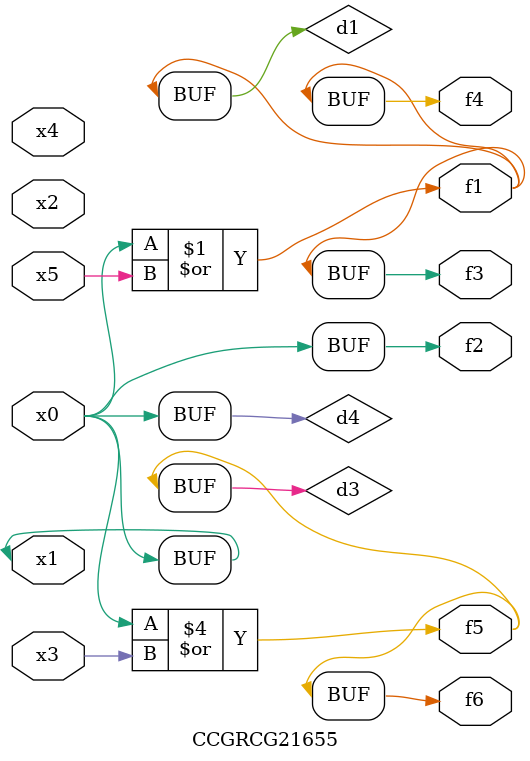
<source format=v>
module CCGRCG21655(
	input x0, x1, x2, x3, x4, x5,
	output f1, f2, f3, f4, f5, f6
);

	wire d1, d2, d3, d4;

	or (d1, x0, x5);
	xnor (d2, x1, x4);
	or (d3, x0, x3);
	buf (d4, x0, x1);
	assign f1 = d1;
	assign f2 = d4;
	assign f3 = d1;
	assign f4 = d1;
	assign f5 = d3;
	assign f6 = d3;
endmodule

</source>
